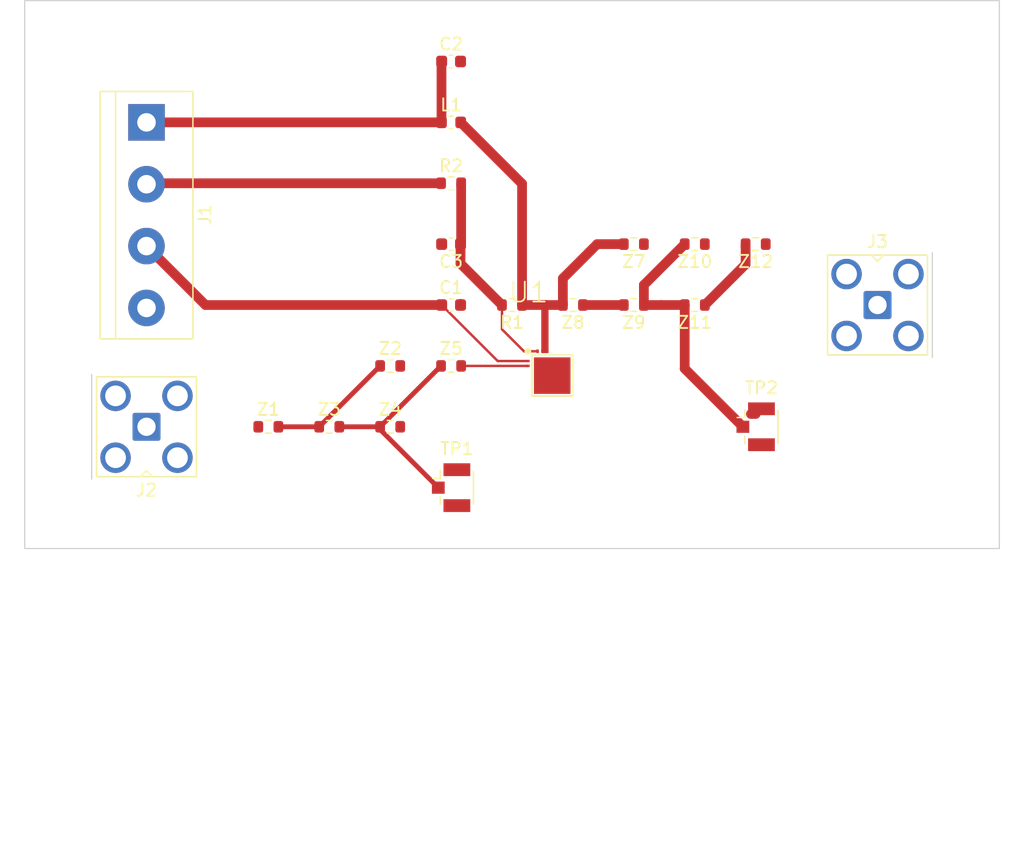
<source format=kicad_pcb>
(kicad_pcb (version 20221018) (generator pcbnew)
  (layers (0 "F.Cu" signal) (31 "B.Cu" power) (34 "B.Paste" user) (35 "F.Paste" user) (36 "B.SilkS" user "B.Silkscreen") (37 "F.SilkS" user "F.Silkscreen") (38 "B.Mask" user) (39 "F.Mask" user) (44 "Edge.Cuts" user))
  (net 0 "")
  (net 1 "Net-(C1-Pad2)")
  (net 2 "+3.3V")
  (net 3 "+1V8")
  (net 4 "/VG")
  (net 5 "Net-(C2-Pad2)")
  (net 6 "/VG_GATED")
  (net 7 "Net-(C3-Pad2)")
  (net 8 "Net-(J1-Pin_4)")
  (net 9 "Net-(J2-In)")
  (net 10 "Net-(J2-Ext)")
  (net 11 "Net-(J3-In)")
  (net 12 "Net-(J3-Ext)")
  (net 13 "/OUT")
  (net 14 "Net-(TP1-GND)")
  (net 15 "/TP1")
  (net 16 "Net-(TP2-GND)")
  (net 17 "/TP2")
  (net 18 "/IN")
  (net 19 "Net-(U1-GND)")
  (net 20 "Net-(T1-Pad3)")
  (net 21 "Net-(Z1-Pad2)")
  (net 22 "Net-(Z2-Pad2)")
  (net 23 "Net-(Z4-Pad2)")
  (net 24 "Net-(Z7-Pad1)")
  (net 25 "Net-(Z8-Pad1)")
  (net 26 "Net-(T2-Pad1)")
  (net 27 "Net-(Z10-Pad1)")
  (net 28 "Net-(Z12-Pad1)")
  (footprint "Resistor_SMD:R_0603_1608Metric" (layer "F.Cu") (at 185 120 180)
    (fp_text reference "R1" (at 0 -1.43) (layer "F.SilkS"))
    (fp_text value "R")
    (fp_line (start -0.237258 -0.5225) (end 0.237258 -0.5225) (stroke (width 0.12)) (layer "F.SilkS"))
    (fp_line (start -0.237258 0.5225) (end 0.237258 0.5225) (stroke (width 0.12)) (layer "F.SilkS"))
    (pad "1" smd roundrect (at -0.825 0 180) (size 0.8 0.95) (layers "F.Cu" "F.Paste" "F.Mask") (net 13 "/OUT"))
    (pad "2" smd roundrect (at 0.825 0 180) (size 0.8 0.95) (layers "F.Cu" "F.Paste" "F.Mask") (net 6 "/VG_GATED"))
  )
  (footprint "TerminalBlock:TerminalBlock_bornier-4_P5.08mm" (layer "F.Cu") (at 155 105 -90)
    (fp_text reference "J1" (at 7.6 -4.8 -270) (layer "F.SilkS"))
    (fp_text value "Screw_Terminal_01x04")
    (fp_line (start -2.54 -3.81) (end -2.54 3.81) (stroke (width 0.12)) (layer "F.SilkS"))
    (fp_line (start -2.54 -3.81) (end 17.78 -3.81) (stroke (width 0.12)) (layer "F.SilkS"))
    (fp_line (start -2.54 3.81) (end 17.78 3.81) (stroke (width 0.12)) (layer "F.SilkS"))
    (fp_line (start 17.78 2.54) (end -2.54 2.54) (stroke (width 0.12)) (layer "F.SilkS"))
    (fp_line (start 17.78 3.81) (end 17.78 -3.81) (stroke (width 0.12)) (layer "F.SilkS"))
    (pad "1" thru_hole rect (at 0 0 270) (size 3 3) (drill 1.52) (layers "*.Cu" "*.Mask") (net 2 "+3.3V"))
    (pad "2" thru_hole circle (at 5.08 0 270) (size 3 3) (drill 1.52) (layers "*.Cu" "*.Mask") (net 4 "/VG"))
    (pad "3" thru_hole circle (at 10.16 0 270) (size 3 3) (drill 1.52) (layers "*.Cu" "*.Mask") (net 3 "+1V8"))
    (pad "4" thru_hole circle (at 15.24 0 270) (size 3 3) (drill 1.52) (layers "*.Cu" "*.Mask") (net 8 "Net-(J1-Pin_4)"))
  )
  (footprint "Connector_Coaxial:SMA_Amphenol_901-143_Horizontal" (layer "F.Cu") (at 215 120 -90)
    (fp_text reference "J3" (at -5.2 0) (layer "F.SilkS"))
    (fp_text value "Conn_Coaxial")
    (fp_line (start -4.1 -4.1) (end -4.1 4.1) (stroke (width 0.12)) (layer "F.SilkS"))
    (fp_line (start -4.1 -4.1) (end 4.1 -4.1) (stroke (width 0.12)) (layer "F.SilkS"))
    (fp_line (start -4.1 0.5) (end -3.6 0) (stroke (width 0.12)) (layer "F.SilkS"))
    (fp_line (start -4.1 4.1) (end 4.1 4.1) (stroke (width 0.12)) (layer "F.SilkS"))
    (fp_line (start -3.6 0) (end -4.1 -0.5) (stroke (width 0.12)) (layer "F.SilkS"))
    (fp_line (start 4.1 -4.1) (end 4.1 4.1) (stroke (width 0.12)) (layer "F.SilkS"))
    (fp_line (start 4.3 -4.5) (end -4.3 -4.5) (stroke (width 0.1)) (layer "Edge.Cuts"))
    (pad "1" thru_hole roundrect (at 0 0 270) (size 2.3 2.3) (drill 1.5) (layers "*.Cu" "*.Mask") (roundrect_rratio 0.087) (net 11 "Net-(J3-In)"))
    (pad "2" thru_hole circle (at -2.54 -2.54 270) (size 2.5 2.5) (drill 1.7) (layers "*.Cu" "*.Mask") (net 12 "Net-(J3-Ext)"))
    (pad "2" thru_hole circle (at -2.54 2.54 270) (size 2.5 2.5) (drill 1.7) (layers "*.Cu" "*.Mask") (net 12 "Net-(J3-Ext)"))
    (pad "2" thru_hole circle (at 2.54 -2.54 270) (size 2.5 2.5) (drill 1.7) (layers "*.Cu" "*.Mask") (net 12 "Net-(J3-Ext)"))
    (pad "2" thru_hole circle (at 2.54 2.54 270) (size 2.5 2.5) (drill 1.7) (layers "*.Cu" "*.Mask") (net 12 "Net-(J3-Ext)"))
  )
  (footprint "MiniAsic2020_Library_Footprint:MiniAsic2020_MPW_Chip" (layer "F.Cu") (at 186.8 124.3)
    (fp_text reference "U1" (at -2.17 -4.38) (layer "F.SilkS") (effects (font (size 1.63576 1.63576) (thickness 0.14224)) (justify left bottom)))
    (fp_text value "~" hide)
    (fp_rect (start -0.175 -0.175) (end 3.175 3.175) (stroke (width 0.15)) (fill none) (layer "F.SilkS"))
    (fp_circle (center -0.5 -0.5) (end -0.3 -0.5) (stroke (width 0.15)) (fill solid) (layer "F.SilkS"))
    (pad "1" smd rect (at -0.5 0.3 180) (size 0.3 0.2) (layers "F.Cu" "F.Paste" "F.Mask") (net 3 "+1V8"))
    (pad "2" smd rect (at -0.5 0.7 180) (size 0.3 0.2) (layers "F.Cu" "F.Paste" "F.Mask") (net 18 "/IN"))
    (pad "3" smd rect (at 0.3 -0.5 90) (size 0.3 0.2) (layers "F.Cu" "F.Paste" "F.Mask") (net 6 "/VG_GATED"))
    (pad "4" smd rect (at 0.7 -0.5 90) (size 0.3 0.2) (layers "F.Cu" "F.Paste" "F.Mask") (net 13 "/OUT"))
    (pad "5" smd rect (at 1.1 -0.5 90) (size 0.3 0.2) (layers "F.Cu" "F.Paste" "F.Mask") (net 13 "/OUT"))
    (pad "6" smd rect (at 1.5 1.5) (size 3 3) (layers "F.Cu" "F.Paste" "F.Mask") (net 19 "Net-(U1-GND)"))
  )
  (footprint "Resistor_SMD:R_0603_1608Metric" (layer "F.Cu") (at 205 115 180)
    (fp_text reference "Z12" (at 0 -1.43) (layer "F.SilkS"))
    (fp_text value "Z")
    (fp_line (start -0.237258 -0.5225) (end 0.237258 -0.5225) (stroke (width 0.12)) (layer "F.SilkS"))
    (fp_line (start -0.237258 0.5225) (end 0.237258 0.5225) (stroke (width 0.12)) (layer "F.SilkS"))
    (pad "1" smd roundrect (at -0.825 0 180) (size 0.8 0.95) (layers "F.Cu" "F.Paste" "F.Mask") (net 28 "Net-(Z12-Pad1)"))
    (pad "2" smd roundrect (at 0.825 0 180) (size 0.8 0.95) (layers "F.Cu" "F.Paste" "F.Mask") (net 26 "Net-(T2-Pad1)"))
  )
  (footprint "Connector_Coaxial:U.FL_Hirose_U.FL-R-SMT-1_Vertical" (layer "F.Cu") (at 205 130)
    (fp_text reference "TP2" (at 0.475 -3.2) (layer "F.SilkS"))
    (fp_text value "~")
    (fp_line (start -0.885 -1.4) (end -0.885 -0.76) (stroke (width 0.12)) (layer "F.SilkS"))
    (fp_line (start -0.885 -0.76) (end -1.515 -0.76) (stroke (width 0.12)) (layer "F.SilkS"))
    (fp_line (start -0.885 1.4) (end -0.885 0.76) (stroke (width 0.12)) (layer "F.SilkS"))
    (fp_line (start 1.835 -1.35) (end 1.835 1.35) (stroke (width 0.12)) (layer "F.SilkS"))
    (pad "1" smd rect (at -1.05 0) (size 1.05 1) (layers "F.Cu" "F.Paste" "F.Mask") (net 17 "/TP2"))
    (pad "2" smd rect (at 0.475 -1.475) (size 2.2 1.05) (layers "F.Cu" "F.Paste" "F.Mask") (net 16 "Net-(TP2-GND)"))
    (pad "2" smd rect (at 0.475 1.475) (size 2.2 1.05) (layers "F.Cu" "F.Paste" "F.Mask") (net 16 "Net-(TP2-GND)"))
  )
  (footprint "Capacitor_SMD:C_0603_1608Metric" (layer "F.Cu") (at 180 120)
    (fp_text reference "C1" (at 0 -1.43) (layer "F.SilkS"))
    (fp_text value "C")
    (fp_line (start -0.14058 -0.51) (end 0.14058 -0.51) (stroke (width 0.12)) (layer "F.SilkS"))
    (fp_line (start -0.14058 0.51) (end 0.14058 0.51) (stroke (width 0.12)) (layer "F.SilkS"))
    (pad "1" smd roundrect (at -0.775 0) (size 0.9 0.95) (layers "F.Cu" "F.Paste" "F.Mask") (net 3 "+1V8"))
    (pad "2" smd roundrect (at 0.775 0) (size 0.9 0.95) (layers "F.Cu" "F.Paste" "F.Mask") (net 1 "Net-(C1-Pad2)"))
  )
  (footprint "Resistor_SMD:R_0603_1608Metric" (layer "F.Cu") (at 190 120 180)
    (fp_text reference "Z8" (at 0 -1.43) (layer "F.SilkS"))
    (fp_text value "Z")
    (fp_line (start -0.237258 -0.5225) (end 0.237258 -0.5225) (stroke (width 0.12)) (layer "F.SilkS"))
    (fp_line (start -0.237258 0.5225) (end 0.237258 0.5225) (stroke (width 0.12)) (layer "F.SilkS"))
    (pad "1" smd roundrect (at -0.825 0 180) (size 0.8 0.95) (layers "F.Cu" "F.Paste" "F.Mask") (net 25 "Net-(Z8-Pad1)"))
    (pad "2" smd roundrect (at 0.825 0 180) (size 0.8 0.95) (layers "F.Cu" "F.Paste" "F.Mask") (net 13 "/OUT"))
  )
  (footprint "Resistor_SMD:R_0603_1608Metric" (layer "F.Cu") (at 175 125)
    (fp_text reference "Z2" (at 0 -1.43) (layer "F.SilkS"))
    (fp_text value "Z")
    (fp_line (start -0.237258 -0.5225) (end 0.237258 -0.5225) (stroke (width 0.12)) (layer "F.SilkS"))
    (fp_line (start -0.237258 0.5225) (end 0.237258 0.5225) (stroke (width 0.12)) (layer "F.SilkS"))
    (pad "1" smd roundrect (at -0.825 0) (size 0.8 0.95) (layers "F.Cu" "F.Paste" "F.Mask") (net 21 "Net-(Z1-Pad2)"))
    (pad "2" smd roundrect (at 0.825 0) (size 0.8 0.95) (layers "F.Cu" "F.Paste" "F.Mask") (net 22 "Net-(Z2-Pad2)"))
  )
  (footprint "Connector_Coaxial:U.FL_Hirose_U.FL-R-SMT-1_Vertical" (layer "F.Cu") (at 180 135)
    (fp_text reference "TP1" (at 0.475 -3.2) (layer "F.SilkS"))
    (fp_text value "~")
    (fp_line (start -0.885 -1.4) (end -0.885 -0.76) (stroke (width 0.12)) (layer "F.SilkS"))
    (fp_line (start -0.885 -0.76) (end -1.515 -0.76) (stroke (width 0.12)) (layer "F.SilkS"))
    (fp_line (start -0.885 1.4) (end -0.885 0.76) (stroke (width 0.12)) (layer "F.SilkS"))
    (fp_line (start 1.835 -1.35) (end 1.835 1.35) (stroke (width 0.12)) (layer "F.SilkS"))
    (pad "1" smd rect (at -1.05 0) (size 1.05 1) (layers "F.Cu" "F.Paste" "F.Mask") (net 15 "/TP1"))
    (pad "2" smd rect (at 0.475 -1.475) (size 2.2 1.05) (layers "F.Cu" "F.Paste" "F.Mask") (net 14 "Net-(TP1-GND)"))
    (pad "2" smd rect (at 0.475 1.475) (size 2.2 1.05) (layers "F.Cu" "F.Paste" "F.Mask") (net 14 "Net-(TP1-GND)"))
  )
  (footprint "Resistor_SMD:R_0603_1608Metric" (layer "F.Cu") (at 200 120 180)
    (fp_text reference "Z11" (at 0 -1.43) (layer "F.SilkS"))
    (fp_text value "Z")
    (fp_line (start -0.237258 -0.5225) (end 0.237258 -0.5225) (stroke (width 0.12)) (layer "F.SilkS"))
    (fp_line (start -0.237258 0.5225) (end 0.237258 0.5225) (stroke (width 0.12)) (layer "F.SilkS"))
    (pad "1" smd roundrect (at -0.825 0 180) (size 0.8 0.95) (layers "F.Cu" "F.Paste" "F.Mask") (net 26 "Net-(T2-Pad1)"))
    (pad "2" smd roundrect (at 0.825 0 180) (size 0.8 0.95) (layers "F.Cu" "F.Paste" "F.Mask") (net 17 "/TP2"))
  )
  (footprint "Resistor_SMD:R_0603_1608Metric" (layer "F.Cu") (at 195 115 180)
    (fp_text reference "Z7" (at 0 -1.43) (layer "F.SilkS"))
    (fp_text value "Z")
    (fp_line (start -0.237258 -0.5225) (end 0.237258 -0.5225) (stroke (width 0.12)) (layer "F.SilkS"))
    (fp_line (start -0.237258 0.5225) (end 0.237258 0.5225) (stroke (width 0.12)) (layer "F.SilkS"))
    (pad "1" smd roundrect (at -0.825 0 180) (size 0.8 0.95) (layers "F.Cu" "F.Paste" "F.Mask") (net 24 "Net-(Z7-Pad1)"))
    (pad "2" smd roundrect (at 0.825 0 180) (size 0.8 0.95) (layers "F.Cu" "F.Paste" "F.Mask") (net 13 "/OUT"))
  )
  (footprint "Resistor_SMD:R_0603_1608Metric" (layer "F.Cu") (at 170 130)
    (fp_text reference "Z3" (at 0 -1.43) (layer "F.SilkS"))
    (fp_text value "Z")
    (fp_line (start -0.237258 -0.5225) (end 0.237258 -0.5225) (stroke (width 0.12)) (layer "F.SilkS"))
    (fp_line (start -0.237258 0.5225) (end 0.237258 0.5225) (stroke (width 0.12)) (layer "F.SilkS"))
    (pad "1" smd roundrect (at -0.825 0) (size 0.8 0.95) (layers "F.Cu" "F.Paste" "F.Mask") (net 21 "Net-(Z1-Pad2)"))
    (pad "2" smd roundrect (at 0.825 0) (size 0.8 0.95) (layers "F.Cu" "F.Paste" "F.Mask") (net 15 "/TP1"))
  )
  (footprint "Resistor_SMD:R_0603_1608Metric" (layer "F.Cu") (at 165 130)
    (fp_text reference "Z1" (at 0 -1.43) (layer "F.SilkS"))
    (fp_text value "Z")
    (fp_line (start -0.237258 -0.5225) (end 0.237258 -0.5225) (stroke (width 0.12)) (layer "F.SilkS"))
    (fp_line (start -0.237258 0.5225) (end 0.237258 0.5225) (stroke (width 0.12)) (layer "F.SilkS"))
    (pad "1" smd roundrect (at -0.825 0) (size 0.8 0.95) (layers "F.Cu" "F.Paste" "F.Mask") (net 20 "Net-(T1-Pad3)"))
    (pad "2" smd roundrect (at 0.825 0) (size 0.8 0.95) (layers "F.Cu" "F.Paste" "F.Mask") (net 21 "Net-(Z1-Pad2)"))
  )
  (footprint "Connector_Coaxial:SMA_Amphenol_901-143_Horizontal" (layer "F.Cu") (at 155 130 90)
    (fp_text reference "J2" (at -5.2 0) (layer "F.SilkS"))
    (fp_text value "Conn_Coaxial")
    (fp_line (start -4.1 -4.1) (end -4.1 4.1) (stroke (width 0.12)) (layer "F.SilkS"))
    (fp_line (start -4.1 -4.1) (end 4.1 -4.1) (stroke (width 0.12)) (layer "F.SilkS"))
    (fp_line (start -4.1 0.5) (end -3.6 0) (stroke (width 0.12)) (layer "F.SilkS"))
    (fp_line (start -4.1 4.1) (end 4.1 4.1) (stroke (width 0.12)) (layer "F.SilkS"))
    (fp_line (start -3.6 0) (end -4.1 -0.5) (stroke (width 0.12)) (layer "F.SilkS"))
    (fp_line (start 4.1 -4.1) (end 4.1 4.1) (stroke (width 0.12)) (layer "F.SilkS"))
    (fp_line (start 4.3 -4.5) (end -4.3 -4.5) (stroke (width 0.1)) (layer "Edge.Cuts"))
    (pad "1" thru_hole roundrect (at 0 0 90) (size 2.3 2.3) (drill 1.5) (layers "*.Cu" "*.Mask") (roundrect_rratio 0.087) (net 9 "Net-(J2-In)"))
    (pad "2" thru_hole circle (at -2.54 -2.54 90) (size 2.5 2.5) (drill 1.7) (layers "*.Cu" "*.Mask") (net 10 "Net-(J2-Ext)"))
    (pad "2" thru_hole circle (at -2.54 2.54 90) (size 2.5 2.5) (drill 1.7) (layers "*.Cu" "*.Mask") (net 10 "Net-(J2-Ext)"))
    (pad "2" thru_hole circle (at 2.54 -2.54 90) (size 2.5 2.5) (drill 1.7) (layers "*.Cu" "*.Mask") (net 10 "Net-(J2-Ext)"))
    (pad "2" thru_hole circle (at 2.54 2.54 90) (size 2.5 2.5) (drill 1.7) (layers "*.Cu" "*.Mask") (net 10 "Net-(J2-Ext)"))
  )
  (footprint "Inductor_SMD:L_0603_1608Metric" (layer "F.Cu") (at 180 105)
    (fp_text reference "L1" (at 0 -1.43) (layer "F.SilkS"))
    (fp_text value "L")
    (fp_line (start -0.162779 -0.51) (end 0.162779 -0.51) (stroke (width 0.12)) (layer "F.SilkS"))
    (fp_line (start -0.162779 0.51) (end 0.162779 0.51) (stroke (width 0.12)) (layer "F.SilkS"))
    (pad "1" smd roundrect (at -0.7875 0) (size 0.875 0.95) (layers "F.Cu" "F.Paste" "F.Mask") (net 2 "+3.3V"))
    (pad "2" smd roundrect (at 0.7875 0) (size 0.875 0.95) (layers "F.Cu" "F.Paste" "F.Mask") (net 13 "/OUT"))
  )
  (footprint "Resistor_SMD:R_0603_1608Metric" (layer "F.Cu") (at 195 120 180)
    (fp_text reference "Z9" (at 0 -1.43) (layer "F.SilkS"))
    (fp_text value "Z")
    (fp_line (start -0.237258 -0.5225) (end 0.237258 -0.5225) (stroke (width 0.12)) (layer "F.SilkS"))
    (fp_line (start -0.237258 0.5225) (end 0.237258 0.5225) (stroke (width 0.12)) (layer "F.SilkS"))
    (pad "1" smd roundrect (at -0.825 0 180) (size 0.8 0.95) (layers "F.Cu" "F.Paste" "F.Mask") (net 17 "/TP2"))
    (pad "2" smd roundrect (at 0.825 0 180) (size 0.8 0.95) (layers "F.Cu" "F.Paste" "F.Mask") (net 25 "Net-(Z8-Pad1)"))
  )
  (footprint "Capacitor_SMD:C_0603_1608Metric" (layer "F.Cu") (at 180 100)
    (fp_text reference "C2" (at 0 -1.43) (layer "F.SilkS"))
    (fp_text value "C")
    (fp_line (start -0.14058 -0.51) (end 0.14058 -0.51) (stroke (width 0.12)) (layer "F.SilkS"))
    (fp_line (start -0.14058 0.51) (end 0.14058 0.51) (stroke (width 0.12)) (layer "F.SilkS"))
    (pad "1" smd roundrect (at -0.775 0) (size 0.9 0.95) (layers "F.Cu" "F.Paste" "F.Mask") (net 2 "+3.3V"))
    (pad "2" smd roundrect (at 0.775 0) (size 0.9 0.95) (layers "F.Cu" "F.Paste" "F.Mask") (net 5 "Net-(C2-Pad2)"))
  )
  (footprint "Resistor_SMD:R_0603_1608Metric" (layer "F.Cu") (at 180 110 180)
    (fp_text reference "R2" (at 0 1.43) (layer "F.SilkS"))
    (fp_text value "R")
    (fp_line (start -0.237258 -0.5225) (end 0.237258 -0.5225) (stroke (width 0.12)) (layer "F.SilkS"))
    (fp_line (start -0.237258 0.5225) (end 0.237258 0.5225) (stroke (width 0.12)) (layer "F.SilkS"))
    (pad "1" smd roundrect (at -0.825 0 180) (size 0.8 0.95) (layers "F.Cu" "F.Paste" "F.Mask") (net 6 "/VG_GATED"))
    (pad "2" smd roundrect (at 0.825 0 180) (size 0.8 0.95) (layers "F.Cu" "F.Paste" "F.Mask") (net 4 "/VG"))
  )
  (footprint "Resistor_SMD:R_0603_1608Metric" (layer "F.Cu") (at 180 125)
    (fp_text reference "Z5" (at 0 -1.43) (layer "F.SilkS"))
    (fp_text value "Z")
    (fp_line (start -0.237258 -0.5225) (end 0.237258 -0.5225) (stroke (width 0.12)) (layer "F.SilkS"))
    (fp_line (start -0.237258 0.5225) (end 0.237258 0.5225) (stroke (width 0.12)) (layer "F.SilkS"))
    (pad "1" smd roundrect (at -0.825 0) (size 0.8 0.95) (layers "F.Cu" "F.Paste" "F.Mask") (net 15 "/TP1"))
    (pad "2" smd roundrect (at 0.825 0) (size 0.8 0.95) (layers "F.Cu" "F.Paste" "F.Mask") (net 18 "/IN"))
  )
  (footprint "Resistor_SMD:R_0603_1608Metric" (layer "F.Cu") (at 175 130)
    (fp_text reference "Z4" (at 0 -1.43) (layer "F.SilkS"))
    (fp_text value "Z")
    (fp_line (start -0.237258 -0.5225) (end 0.237258 -0.5225) (stroke (width 0.12)) (layer "F.SilkS"))
    (fp_line (start -0.237258 0.5225) (end 0.237258 0.5225) (stroke (width 0.12)) (layer "F.SilkS"))
    (pad "1" smd roundrect (at -0.825 0) (size 0.8 0.95) (layers "F.Cu" "F.Paste" "F.Mask") (net 15 "/TP1"))
    (pad "2" smd roundrect (at 0.825 0) (size 0.8 0.95) (layers "F.Cu" "F.Paste" "F.Mask") (net 23 "Net-(Z4-Pad2)"))
  )
  (footprint "Resistor_SMD:R_0603_1608Metric" (layer "F.Cu") (at 200 115 180)
    (fp_text reference "Z10" (at 0 -1.43) (layer "F.SilkS"))
    (fp_text value "Z")
    (fp_line (start -0.237258 -0.5225) (end 0.237258 -0.5225) (stroke (width 0.12)) (layer "F.SilkS"))
    (fp_line (start -0.237258 0.5225) (end 0.237258 0.5225) (stroke (width 0.12)) (layer "F.SilkS"))
    (pad "1" smd roundrect (at -0.825 0 180) (size 0.8 0.95) (layers "F.Cu" "F.Paste" "F.Mask") (net 27 "Net-(Z10-Pad1)"))
    (pad "2" smd roundrect (at 0.825 0 180) (size 0.8 0.95) (layers "F.Cu" "F.Paste" "F.Mask") (net 17 "/TP2"))
  )
  (footprint "Capacitor_SMD:C_0603_1608Metric" (layer "F.Cu") (at 180 115 180)
    (fp_text reference "C3" (at 0 -1.43) (layer "F.SilkS"))
    (fp_text value "C")
    (fp_line (start -0.14058 -0.51) (end 0.14058 -0.51) (stroke (width 0.12)) (layer "F.SilkS"))
    (fp_line (start -0.14058 0.51) (end 0.14058 0.51) (stroke (width 0.12)) (layer "F.SilkS"))
    (pad "1" smd roundrect (at -0.775 0 180) (size 0.9 0.95) (layers "F.Cu" "F.Paste" "F.Mask") (net 6 "/VG_GATED"))
    (pad "2" smd roundrect (at 0.775 0 180) (size 0.9 0.95) (layers "F.Cu" "F.Paste" "F.Mask") (net 7 "Net-(C3-Pad2)"))
  )
  (gr_rect (start 187.5 119.7) (end 187.9 123.85) (stroke (width 0.2)) (fill solid) (layer "F.Cu"))
  (gr_rect (start 145 95) (end 225 140) (stroke (width 0.1)) (fill none) (layer "Edge.Cuts"))
  (segment (start 180.775 119.908274) (end 180.775 120) (width 0.8) (layer "F.Cu") (net 1))
  (segment (start 179.2125 100.0125) (end 179.225 100) (width 0.4) (layer "F.Cu") (net 2))
  (segment (start 179.2125 105) (end 179.2125 100.0125) (width 0.8) (layer "F.Cu") (net 2))
  (segment (start 155 105) (end 179.2125 105) (width 0.8) (layer "F.Cu") (net 2))
  (segment (start 186.3 124.6) (end 183.825 124.6) (width 0.2) (layer "F.Cu") (net 3))
  (segment (start 179.225 120) (end 159.84 120) (width 0.8) (layer "F.Cu") (net 3))
  (segment (start 159.84 120) (end 155 115.16) (width 0.8) (layer "F.Cu") (net 3))
  (segment (start 183.825 124.6) (end 179.225 120) (width 0.2) (layer "F.Cu") (net 3))
  (segment (start 155.08 110) (end 155 110.08) (width 0.4) (layer "F.Cu") (net 4))
  (segment (start 179.175 110) (end 155.08 110) (width 0.8) (layer "F.Cu") (net 4))
  (segment (start 179.175 110) (end 179.095 110.08) (width 0.4) (layer "F.Cu") (net 4))
  (segment (start 187.1 123.8) (end 185.98 123.8) (width 0.2) (layer "F.Cu") (net 6))
  (segment (start 184.18 122) (end 184.18 120.01) (width 0.2) (layer "F.Cu") (net 6))
  (segment (start 185.98 123.8) (end 184.18 122) (width 0.2) (layer "F.Cu") (net 6))
  (segment (start 180.825 110) (end 180.775 110.05) (width 0.2) (layer "F.Cu") (net 6))
  (segment (start 184.18 120.01) (end 184.17 120) (width 0.2) (layer "F.Cu") (net 6))
  (segment (start 184.17 120) (end 180.775 116.605) (width 0.8) (layer "F.Cu") (net 6))
  (segment (start 180.825 114.95) (end 180.825 110) (width 0.8) (layer "F.Cu") (net 6))
  (segment (start 180.775 116.605) (end 180.775 115) (width 0.8) (layer "F.Cu") (net 6))
  (segment (start 184.175 120) (end 184.17 120) (width 0.2) (layer "F.Cu") (net 6))
  (segment (start 180.775 115) (end 180.825 114.95) (width 0.2) (layer "F.Cu") (net 6))
  (segment (start 187.73 120) (end 189.175 120) (width 0.8) (layer "F.Cu") (net 13))
  (segment (start 194.175 115) (end 191.99 115) (width 0.8) (layer "F.Cu") (net 13))
  (segment (start 191.99 115) (end 189.175 117.815) (width 0.8) (layer "F.Cu") (net 13))
  (segment (start 189.175 117.815) (end 189.175 120) (width 0.8) (layer "F.Cu") (net 13))
  (segment (start 185.825 120) (end 187.73 120) (width 0.8) (layer "F.Cu") (net 13))
  (segment (start 185.825 120) (end 185.825 110.0375) (width 0.8) (layer "F.Cu") (net 13))
  (segment (start 185.825 110.0375) (end 180.7875 105) (width 0.8) (layer "F.Cu") (net 13))
  (segment (start 174.175 130) (end 179.175 125) (width 0.4) (layer "F.Cu") (net 15))
  (segment (start 174.175 130.225) (end 178.95 135) (width 0.4) (layer "F.Cu") (net 15))
  (segment (start 174.175 130) (end 174.175 130.225) (width 0.4) (layer "F.Cu") (net 15))
  (segment (start 170.825 130) (end 174.175 130) (width 0.4) (layer "F.Cu") (net 15))
  (segment (start 204.61 128.95) (end 205 128.95) (width 0.8) (layer "F.Cu") (net 16))
  (segment (start 203.95 130) (end 199.175 125.225) (width 0.8) (layer "F.Cu") (net 17))
  (segment (start 195.825 120) (end 195.825 118.35) (width 0.8) (layer "F.Cu") (net 17))
  (segment (start 195.825 120) (end 197.24 120) (width 0.8) (layer "F.Cu") (net 17))
  (segment (start 199.175 120) (end 199.16 120.015) (width 0.8) (layer "F.Cu") (net 17))
  (segment (start 199.18 120.005) (end 199.175 120) (width 0.8) (layer "F.Cu") (net 17))
  (segment (start 199.175 125.225) (end 199.175 120) (width 0.8) (layer "F.Cu") (net 17))
  (segment (start 197.24 120) (end 199.175 120) (width 0.8) (layer "F.Cu") (net 17))
  (segment (start 195.825 118.35) (end 199.175 115) (width 0.8) (layer "F.Cu") (net 17))
  (segment (start 180.825 125) (end 186.3 125) (width 0.2) (layer "F.Cu") (net 18))
  (segment (start 169.175 130) (end 174.175 125) (width 0.4) (layer "F.Cu") (net 21))
  (segment (start 165.825 130) (end 169.175 130) (width 0.4) (layer "F.Cu") (net 21))
  (segment (start 190.825 120) (end 194.175 120) (width 0.8) (layer "F.Cu") (net 25))
  (segment (start 204.175 115) (end 204.175 116.65) (width 0.8) (layer "F.Cu") (net 26))
  (segment (start 204.175 116.65) (end 200.825 120) (width 0.8) (layer "F.Cu") (net 26))
)
</source>
